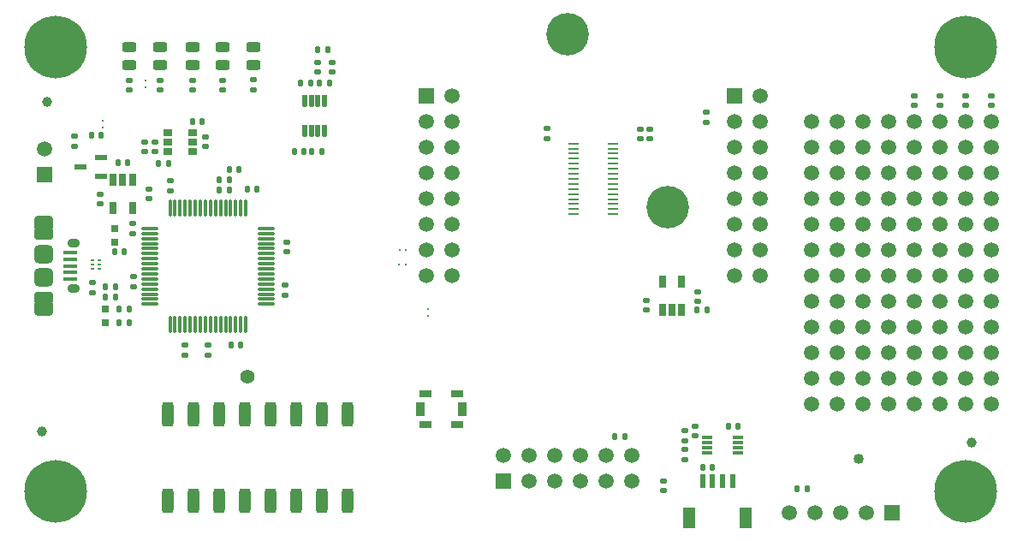
<source format=gbr>
%TF.GenerationSoftware,Altium Limited,Altium Designer,20.1.11 (218)*%
G04 Layer_Color=255*
%FSLAX26Y26*%
%MOIN*%
%TF.SameCoordinates,27E64F16-BD7F-4648-91A1-9AE93EB88D02*%
%TF.FilePolarity,Positive*%
%TF.FileFunction,Pads,Top*%
%TF.Part,Single*%
G01*
G75*
%TA.AperFunction,SMDPad,CuDef*%
G04:AMPARAMS|DCode=12|XSize=24.409mil|YSize=22.441mil|CornerRadius=5.61mil|HoleSize=0mil|Usage=FLASHONLY|Rotation=0.000|XOffset=0mil|YOffset=0mil|HoleType=Round|Shape=RoundedRectangle|*
%AMROUNDEDRECTD12*
21,1,0.024409,0.011220,0,0,0.0*
21,1,0.013189,0.022441,0,0,0.0*
1,1,0.011220,0.006594,-0.005610*
1,1,0.011220,-0.006594,-0.005610*
1,1,0.011220,-0.006594,0.005610*
1,1,0.011220,0.006594,0.005610*
%
%ADD12ROUNDEDRECTD12*%
%ADD13R,0.025591X0.047244*%
%ADD14O,0.011811X0.070866*%
%ADD15O,0.070866X0.011811*%
%ADD16C,0.007874*%
G04:AMPARAMS|DCode=17|XSize=24.409mil|YSize=22.441mil|CornerRadius=5.61mil|HoleSize=0mil|Usage=FLASHONLY|Rotation=90.000|XOffset=0mil|YOffset=0mil|HoleType=Round|Shape=RoundedRectangle|*
%AMROUNDEDRECTD17*
21,1,0.024409,0.011220,0,0,90.0*
21,1,0.013189,0.022441,0,0,90.0*
1,1,0.011220,0.005610,0.006594*
1,1,0.011220,0.005610,-0.006594*
1,1,0.011220,-0.005610,-0.006594*
1,1,0.011220,-0.005610,0.006594*
%
%ADD17ROUNDEDRECTD17*%
G04:AMPARAMS|DCode=18|XSize=25.984mil|YSize=22.835mil|CornerRadius=5.709mil|HoleSize=0mil|Usage=FLASHONLY|Rotation=180.000|XOffset=0mil|YOffset=0mil|HoleType=Round|Shape=RoundedRectangle|*
%AMROUNDEDRECTD18*
21,1,0.025984,0.011417,0,0,180.0*
21,1,0.014567,0.022835,0,0,180.0*
1,1,0.011417,-0.007284,0.005709*
1,1,0.011417,0.007284,0.005709*
1,1,0.011417,0.007284,-0.005709*
1,1,0.011417,-0.007284,-0.005709*
%
%ADD18ROUNDEDRECTD18*%
%ADD19R,0.045276X0.029528*%
%ADD20R,0.037402X0.055118*%
G04:AMPARAMS|DCode=21|XSize=44.488mil|YSize=96.063mil|CornerRadius=11.122mil|HoleSize=0mil|Usage=FLASHONLY|Rotation=0.000|XOffset=0mil|YOffset=0mil|HoleType=Round|Shape=RoundedRectangle|*
%AMROUNDEDRECTD21*
21,1,0.044488,0.073819,0,0,0.0*
21,1,0.022244,0.096063,0,0,0.0*
1,1,0.022244,0.011122,-0.036910*
1,1,0.022244,-0.011122,-0.036910*
1,1,0.022244,-0.011122,0.036910*
1,1,0.022244,0.011122,0.036910*
%
%ADD21ROUNDEDRECTD21*%
%ADD22R,0.016535X0.008661*%
G04:AMPARAMS|DCode=23|XSize=15.748mil|YSize=53.15mil|CornerRadius=3.937mil|HoleSize=0mil|Usage=FLASHONLY|Rotation=270.000|XOffset=0mil|YOffset=0mil|HoleType=Round|Shape=RoundedRectangle|*
%AMROUNDEDRECTD23*
21,1,0.015748,0.045276,0,0,270.0*
21,1,0.007874,0.053150,0,0,270.0*
1,1,0.007874,-0.022638,-0.003937*
1,1,0.007874,-0.022638,0.003937*
1,1,0.007874,0.022638,0.003937*
1,1,0.007874,0.022638,-0.003937*
%
%ADD23ROUNDEDRECTD23*%
%ADD24R,0.046457X0.024016*%
G04:AMPARAMS|DCode=25|XSize=39.37mil|YSize=55.118mil|CornerRadius=9.842mil|HoleSize=0mil|Usage=FLASHONLY|Rotation=90.000|XOffset=0mil|YOffset=0mil|HoleType=Round|Shape=RoundedRectangle|*
%AMROUNDEDRECTD25*
21,1,0.039370,0.035433,0,0,90.0*
21,1,0.019685,0.055118,0,0,90.0*
1,1,0.019685,0.017717,0.009843*
1,1,0.019685,0.017717,-0.009843*
1,1,0.019685,-0.017717,-0.009843*
1,1,0.019685,-0.017717,0.009843*
%
%ADD25ROUNDEDRECTD25*%
G04:AMPARAMS|DCode=26|XSize=25.984mil|YSize=22.835mil|CornerRadius=5.709mil|HoleSize=0mil|Usage=FLASHONLY|Rotation=270.000|XOffset=0mil|YOffset=0mil|HoleType=Round|Shape=RoundedRectangle|*
%AMROUNDEDRECTD26*
21,1,0.025984,0.011417,0,0,270.0*
21,1,0.014567,0.022835,0,0,270.0*
1,1,0.011417,-0.005709,-0.007284*
1,1,0.011417,-0.005709,0.007284*
1,1,0.011417,0.005709,0.007284*
1,1,0.011417,0.005709,-0.007284*
%
%ADD26ROUNDEDRECTD26*%
G04:AMPARAMS|DCode=27|XSize=17.716mil|YSize=47.244mil|CornerRadius=1.949mil|HoleSize=0mil|Usage=FLASHONLY|Rotation=0.000|XOffset=0mil|YOffset=0mil|HoleType=Round|Shape=RoundedRectangle|*
%AMROUNDEDRECTD27*
21,1,0.017716,0.043346,0,0,0.0*
21,1,0.013819,0.047244,0,0,0.0*
1,1,0.003898,0.006910,-0.021673*
1,1,0.003898,-0.006910,-0.021673*
1,1,0.003898,-0.006910,0.021673*
1,1,0.003898,0.006910,0.021673*
%
%ADD27ROUNDEDRECTD27*%
%ADD28R,0.039370X0.013000*%
%ADD29R,0.035433X0.025591*%
%ADD30R,0.039370X0.009840*%
%ADD31R,0.023620X0.053150*%
%ADD32R,0.027559X0.025591*%
%ADD33R,0.047240X0.078740*%
G04:AMPARAMS|DCode=34|XSize=46.26mil|YSize=74.803mil|CornerRadius=11.565mil|HoleSize=0mil|Usage=FLASHONLY|Rotation=90.000|XOffset=0mil|YOffset=0mil|HoleType=Round|Shape=RoundedRectangle|*
%AMROUNDEDRECTD34*
21,1,0.046260,0.051673,0,0,90.0*
21,1,0.023130,0.074803,0,0,90.0*
1,1,0.023130,0.025837,0.011565*
1,1,0.023130,0.025837,-0.011565*
1,1,0.023130,-0.025837,-0.011565*
1,1,0.023130,-0.025837,0.011565*
%
%ADD34ROUNDEDRECTD34*%
G04:AMPARAMS|DCode=35|XSize=70.866mil|YSize=74.803mil|CornerRadius=17.716mil|HoleSize=0mil|Usage=FLASHONLY|Rotation=270.000|XOffset=0mil|YOffset=0mil|HoleType=Round|Shape=RoundedRectangle|*
%AMROUNDEDRECTD35*
21,1,0.070866,0.039370,0,0,270.0*
21,1,0.035433,0.074803,0,0,270.0*
1,1,0.035433,-0.019685,-0.017717*
1,1,0.035433,-0.019685,0.017717*
1,1,0.035433,0.019685,0.017717*
1,1,0.035433,0.019685,-0.017717*
%
%ADD35ROUNDEDRECTD35*%
%ADD36C,0.039370*%
%TA.AperFunction,ComponentPad*%
%ADD58C,0.055118*%
%ADD59C,0.059055*%
%ADD60C,0.244095*%
%ADD61R,0.059055X0.059055*%
%ADD62C,0.040000*%
%ADD63C,0.165354*%
G04:AMPARAMS|DCode=64|XSize=74.803mil|YSize=59.055mil|CornerRadius=14.764mil|HoleSize=0mil|Usage=FLASHONLY|Rotation=0.000|XOffset=0mil|YOffset=0mil|HoleType=Round|Shape=RoundedRectangle|*
%AMROUNDEDRECTD64*
21,1,0.074803,0.029527,0,0,0.0*
21,1,0.045276,0.059055,0,0,0.0*
1,1,0.029528,0.022638,-0.014764*
1,1,0.029528,-0.022638,-0.014764*
1,1,0.029528,-0.022638,0.014764*
1,1,0.029528,0.022638,0.014764*
%
%ADD64ROUNDEDRECTD64*%
%ADD65O,0.047244X0.035433*%
%ADD66R,0.059055X0.059055*%
D12*
X1233386Y1828937D02*
D03*
Y1791142D02*
D03*
X1176083Y1828937D02*
D03*
Y1791142D02*
D03*
X302000Y970898D02*
D03*
Y933102D02*
D03*
X3800780Y1700000D02*
D03*
Y1662205D02*
D03*
X3700000Y1700000D02*
D03*
Y1662205D02*
D03*
X3600000Y1700000D02*
D03*
Y1662205D02*
D03*
X3500000Y1700000D02*
D03*
Y1662205D02*
D03*
X749000Y690158D02*
D03*
Y727953D02*
D03*
X2457000Y902898D02*
D03*
X545276Y1481890D02*
D03*
X504921Y1482087D02*
D03*
Y1519882D02*
D03*
X545276Y1519685D02*
D03*
X520866Y1298394D02*
D03*
Y1336189D02*
D03*
X456000Y1200898D02*
D03*
Y1163102D02*
D03*
X926181Y1723228D02*
D03*
Y1761024D02*
D03*
X807087Y1722047D02*
D03*
Y1759842D02*
D03*
X688976Y1722244D02*
D03*
Y1760039D02*
D03*
X564961Y1722047D02*
D03*
Y1759842D02*
D03*
X2606299Y321063D02*
D03*
Y283268D02*
D03*
Y357087D02*
D03*
Y394882D02*
D03*
X2457000Y865102D02*
D03*
X444882Y1721260D02*
D03*
Y1759055D02*
D03*
X742126Y1540551D02*
D03*
Y1502756D02*
D03*
D13*
X455915Y1371610D02*
D03*
X418514D02*
D03*
X381112D02*
D03*
X381112Y1261373D02*
D03*
X455915D02*
D03*
X2520590Y864882D02*
D03*
X2557992D02*
D03*
X2595394D02*
D03*
X2595394Y975118D02*
D03*
X2520590D02*
D03*
D14*
X602362Y1261811D02*
D03*
X622047D02*
D03*
X641732D02*
D03*
X661417D02*
D03*
X681102D02*
D03*
X700787D02*
D03*
X720472D02*
D03*
X740157D02*
D03*
X759842D02*
D03*
X779528D02*
D03*
X799213D02*
D03*
X818898D02*
D03*
X838583D02*
D03*
X858268D02*
D03*
X877953D02*
D03*
X897638D02*
D03*
Y809055D02*
D03*
X877953D02*
D03*
X858268D02*
D03*
X838583D02*
D03*
X818898D02*
D03*
X799213D02*
D03*
X779528D02*
D03*
X759842D02*
D03*
X740157D02*
D03*
X720472D02*
D03*
X700787D02*
D03*
X681102D02*
D03*
X661417D02*
D03*
X641732D02*
D03*
X622047D02*
D03*
X602362D02*
D03*
D15*
X976378Y1183071D02*
D03*
Y1163386D02*
D03*
Y1143701D02*
D03*
Y1124016D02*
D03*
Y1104331D02*
D03*
Y1084646D02*
D03*
Y1064961D02*
D03*
Y1045276D02*
D03*
Y1025591D02*
D03*
Y1005906D02*
D03*
Y986221D02*
D03*
Y966535D02*
D03*
Y946851D02*
D03*
Y927165D02*
D03*
Y907480D02*
D03*
Y887795D02*
D03*
X523622D02*
D03*
Y907480D02*
D03*
Y927165D02*
D03*
Y946851D02*
D03*
Y966535D02*
D03*
Y986221D02*
D03*
Y1005906D02*
D03*
Y1025591D02*
D03*
Y1045276D02*
D03*
Y1064961D02*
D03*
Y1084646D02*
D03*
Y1104331D02*
D03*
Y1124016D02*
D03*
Y1143701D02*
D03*
Y1163386D02*
D03*
Y1183071D02*
D03*
D16*
X1495700Y1100000D02*
D03*
X1520300D02*
D03*
X1521300Y1042000D02*
D03*
X1494700D02*
D03*
X1608000Y867600D02*
D03*
Y841000D02*
D03*
X508000Y1731700D02*
D03*
Y1758300D02*
D03*
X340000Y1574700D02*
D03*
Y1601300D02*
D03*
D17*
X2654827Y864882D02*
D03*
X2692622D02*
D03*
X385827Y1092520D02*
D03*
X1216043Y1878051D02*
D03*
X404724Y814961D02*
D03*
X1086417Y1481299D02*
D03*
X1193110D02*
D03*
X437411Y1438102D02*
D03*
X728543Y1598425D02*
D03*
X690748D02*
D03*
X399616Y1438102D02*
D03*
X423622Y1092520D02*
D03*
X1155315Y1481299D02*
D03*
X1124213D02*
D03*
X442520Y814961D02*
D03*
X1178248Y1878051D02*
D03*
D18*
X2657906Y937071D02*
D03*
Y898488D02*
D03*
X2070236Y1533252D02*
D03*
Y1571834D02*
D03*
X2689400Y1596909D02*
D03*
X230315Y1541929D02*
D03*
X602756Y1369291D02*
D03*
X459000Y995291D02*
D03*
X661417Y690354D02*
D03*
X2471850Y1569816D02*
D03*
X2523622Y200394D02*
D03*
X1050197Y922638D02*
D03*
X2646457Y412992D02*
D03*
X2434836Y1569816D02*
D03*
X1058000Y1130291D02*
D03*
X331000Y1317291D02*
D03*
X2689400Y1635491D02*
D03*
X230315Y1503347D02*
D03*
X661417Y728937D02*
D03*
X2523622Y161811D02*
D03*
X1058000Y1091709D02*
D03*
X331000Y1278709D02*
D03*
X2434836Y1531234D02*
D03*
X2646457Y374409D02*
D03*
X1050197Y961220D02*
D03*
X2471850Y1531234D02*
D03*
X459000Y956709D02*
D03*
X602756Y1330709D02*
D03*
D19*
X1721008Y419212D02*
D03*
X1596992D02*
D03*
Y539291D02*
D03*
X1721008D02*
D03*
D20*
X1577307Y479252D02*
D03*
X1740693D02*
D03*
D21*
X994882Y122047D02*
D03*
X1094882D02*
D03*
X1294882D02*
D03*
Y460630D02*
D03*
X1094882D02*
D03*
X994882D02*
D03*
X894882D02*
D03*
X594882Y122047D02*
D03*
X694882D02*
D03*
X794882D02*
D03*
X894882D02*
D03*
X1194882D02*
D03*
Y460630D02*
D03*
X794882D02*
D03*
X694882D02*
D03*
X594882D02*
D03*
D22*
X302205Y1058748D02*
D03*
X327795D02*
D03*
Y1027252D02*
D03*
Y1043000D02*
D03*
X302205Y1027252D02*
D03*
Y1043000D02*
D03*
D23*
X215551Y1062992D02*
D03*
Y986220D02*
D03*
Y1011811D02*
D03*
Y1088583D02*
D03*
Y1037401D02*
D03*
D24*
X333661Y1386220D02*
D03*
Y1458268D02*
D03*
X252953Y1422244D02*
D03*
D25*
X444882Y1890748D02*
D03*
X926181Y1890748D02*
D03*
X807087Y1890748D02*
D03*
X688976D02*
D03*
X564961Y1890748D02*
D03*
Y1819882D02*
D03*
X688976Y1819882D02*
D03*
X807087D02*
D03*
X926181Y1819882D02*
D03*
X444882Y1819882D02*
D03*
D26*
X295669Y1544291D02*
D03*
X832283Y1331693D02*
D03*
X838976Y729134D02*
D03*
X390354Y915354D02*
D03*
X2676575Y252953D02*
D03*
X2335039Y374016D02*
D03*
X1149213Y1749323D02*
D03*
X3043701Y169291D02*
D03*
X941291Y1337000D02*
D03*
X832291Y1372000D02*
D03*
X390354Y956693D02*
D03*
X558465Y1436024D02*
D03*
X2776968Y412402D02*
D03*
X404331Y868307D02*
D03*
X833071Y1411516D02*
D03*
X793701Y1331693D02*
D03*
X877559Y729134D02*
D03*
X2715157Y252953D02*
D03*
X2373622Y374016D02*
D03*
X1110630Y1749323D02*
D03*
X793709Y1372000D02*
D03*
X597047Y1436024D02*
D03*
X2815551Y412402D02*
D03*
X871654Y1411516D02*
D03*
X442913Y868307D02*
D03*
X351772Y956693D02*
D03*
X902709Y1337000D02*
D03*
X3082283Y169291D02*
D03*
X1184547Y1749323D02*
D03*
X1223130D02*
D03*
X351772Y915354D02*
D03*
X334252Y1544291D02*
D03*
D27*
X1152657Y1679828D02*
D03*
X1178248Y1563686D02*
D03*
X1203839D02*
D03*
X1127067Y1679828D02*
D03*
X1152657Y1563686D02*
D03*
X1127067D02*
D03*
X1178248Y1679828D02*
D03*
X1203839D02*
D03*
D28*
X2813378Y308749D02*
D03*
X2694496D02*
D03*
X2813378Y367805D02*
D03*
X2694496Y328435D02*
D03*
Y348119D02*
D03*
Y367805D02*
D03*
X2813378Y328435D02*
D03*
Y348119D02*
D03*
D29*
X689961Y1519685D02*
D03*
X595472Y1482284D02*
D03*
X689961D02*
D03*
Y1557087D02*
D03*
X595472D02*
D03*
Y1519685D02*
D03*
D30*
X2326772Y1238071D02*
D03*
Y1257756D02*
D03*
X2173228D02*
D03*
Y1238071D02*
D03*
Y1375866D02*
D03*
Y1277441D02*
D03*
Y1297126D02*
D03*
Y1316811D02*
D03*
Y1336496D02*
D03*
Y1356181D02*
D03*
Y1395551D02*
D03*
Y1415236D02*
D03*
Y1434921D02*
D03*
Y1454606D02*
D03*
Y1474291D02*
D03*
Y1493976D02*
D03*
Y1513661D02*
D03*
X2326772Y1415236D02*
D03*
Y1395551D02*
D03*
Y1356181D02*
D03*
Y1434921D02*
D03*
Y1493976D02*
D03*
Y1474291D02*
D03*
Y1454606D02*
D03*
Y1375866D02*
D03*
Y1277441D02*
D03*
Y1336496D02*
D03*
Y1316811D02*
D03*
Y1297126D02*
D03*
Y1513661D02*
D03*
D31*
X2676176Y200000D02*
D03*
X2715546D02*
D03*
X2754926D02*
D03*
X2794296D02*
D03*
D32*
X351378Y814961D02*
D03*
X387000Y1182575D02*
D03*
Y1129425D02*
D03*
X351378Y868110D02*
D03*
D33*
X2624996Y55310D02*
D03*
X2845476D02*
D03*
D34*
X110236Y911939D02*
D03*
Y1162864D02*
D03*
D35*
Y992126D02*
D03*
Y1082677D02*
D03*
D36*
X102362Y393701D02*
D03*
X3725000Y350394D02*
D03*
X125000Y1675000D02*
D03*
D58*
X905512Y605827D02*
D03*
D59*
X3500000Y1500000D02*
D03*
X3600000D02*
D03*
X3700000D02*
D03*
X3500000Y1400000D02*
D03*
X3600000D02*
D03*
X3700000D02*
D03*
X3800000D02*
D03*
X3500000Y1600000D02*
D03*
X3600000D02*
D03*
X3700000D02*
D03*
X3800000D02*
D03*
X2900000Y1100000D02*
D03*
X2800000Y1000000D02*
D03*
X2900000D02*
D03*
X1700000D02*
D03*
X1600000D02*
D03*
X1700000Y1100000D02*
D03*
X3800000Y1300000D02*
D03*
Y900000D02*
D03*
Y500000D02*
D03*
Y700000D02*
D03*
Y1100000D02*
D03*
Y1500000D02*
D03*
X3012598Y74803D02*
D03*
X2300000Y200000D02*
D03*
Y300000D02*
D03*
X114173Y1493701D02*
D03*
X3100000Y600000D02*
D03*
Y800000D02*
D03*
Y1600000D02*
D03*
X2400000Y200000D02*
D03*
Y300000D02*
D03*
X2200000D02*
D03*
Y200000D02*
D03*
X2000000Y300000D02*
D03*
X2100000D02*
D03*
X2000000Y200000D02*
D03*
X2100000D02*
D03*
X1900000Y300000D02*
D03*
X3212598Y74803D02*
D03*
X3312598D02*
D03*
X3112598D02*
D03*
X3300000Y1600000D02*
D03*
X3400000D02*
D03*
X3200000D02*
D03*
X3300000Y1500000D02*
D03*
X3400000D02*
D03*
X3100000D02*
D03*
X3200000D02*
D03*
X3100000Y1200000D02*
D03*
Y1100000D02*
D03*
X3200000Y1200000D02*
D03*
Y1100000D02*
D03*
X3300000Y1200000D02*
D03*
Y1100000D02*
D03*
X3400000Y1200000D02*
D03*
Y1100000D02*
D03*
X3500000Y1200000D02*
D03*
Y1100000D02*
D03*
X3600000Y1200000D02*
D03*
Y1100000D02*
D03*
X3700000Y1200000D02*
D03*
Y1100000D02*
D03*
X3800000Y1200000D02*
D03*
X3100000Y700000D02*
D03*
X3200000Y800000D02*
D03*
Y700000D02*
D03*
X3300000Y800000D02*
D03*
Y700000D02*
D03*
X3400000Y800000D02*
D03*
Y700000D02*
D03*
X3500000Y800000D02*
D03*
Y700000D02*
D03*
X3600000Y800000D02*
D03*
Y700000D02*
D03*
X3700000Y800000D02*
D03*
Y700000D02*
D03*
X3800000Y800000D02*
D03*
X3100000Y500000D02*
D03*
X3200000Y600000D02*
D03*
Y500000D02*
D03*
X3300000Y600000D02*
D03*
Y500000D02*
D03*
X3400000Y600000D02*
D03*
Y500000D02*
D03*
X3500000Y600000D02*
D03*
Y500000D02*
D03*
X3600000Y600000D02*
D03*
Y500000D02*
D03*
X3700000Y600000D02*
D03*
Y500000D02*
D03*
X3800000Y600000D02*
D03*
X3100000Y1000000D02*
D03*
Y900000D02*
D03*
X3200000Y1000000D02*
D03*
Y900000D02*
D03*
X3300000Y1000000D02*
D03*
Y900000D02*
D03*
X3400000Y1000000D02*
D03*
Y900000D02*
D03*
X3500000Y1000000D02*
D03*
Y900000D02*
D03*
X3600000Y1000000D02*
D03*
Y900000D02*
D03*
X3700000Y1000000D02*
D03*
Y900000D02*
D03*
X3800000Y1000000D02*
D03*
X3100000Y1400000D02*
D03*
Y1300000D02*
D03*
X3200000Y1400000D02*
D03*
Y1300000D02*
D03*
X3300000Y1400000D02*
D03*
Y1300000D02*
D03*
X3400000Y1400000D02*
D03*
Y1300000D02*
D03*
X3500000D02*
D03*
X3600000D02*
D03*
X3700000D02*
D03*
X1700000Y1700000D02*
D03*
X1600000Y1600000D02*
D03*
X1700000D02*
D03*
X1600000Y1500000D02*
D03*
X1700000D02*
D03*
X1600000Y1400000D02*
D03*
X1700000D02*
D03*
X1600000Y1300000D02*
D03*
X1700000D02*
D03*
X1600000Y1200000D02*
D03*
X1700000D02*
D03*
X1600000Y1100000D02*
D03*
X2800000D02*
D03*
X2900000Y1200000D02*
D03*
X2800000D02*
D03*
X2900000Y1300000D02*
D03*
X2800000D02*
D03*
X2900000Y1400000D02*
D03*
X2800000D02*
D03*
X2900000Y1500000D02*
D03*
X2800000D02*
D03*
X2900000Y1600000D02*
D03*
X2800000D02*
D03*
X2900000Y1700000D02*
D03*
D60*
X157480Y1889764D02*
D03*
X3700787Y157480D02*
D03*
Y1889764D02*
D03*
X157480Y157480D02*
D03*
D61*
X114173Y1393701D02*
D03*
X1600000Y1700000D02*
D03*
X2800000D02*
D03*
D62*
X3282237Y287402D02*
D03*
D63*
X2539134Y1264331D02*
D03*
X2149134Y1939331D02*
D03*
D64*
X110236Y873031D02*
D03*
Y1201772D02*
D03*
D65*
X228346Y949803D02*
D03*
Y1125000D02*
D03*
D66*
X1900000Y200000D02*
D03*
X3412598Y74803D02*
D03*
%TF.MD5,21dcc7ec61d121667d620c76e4db83a6*%
M02*

</source>
